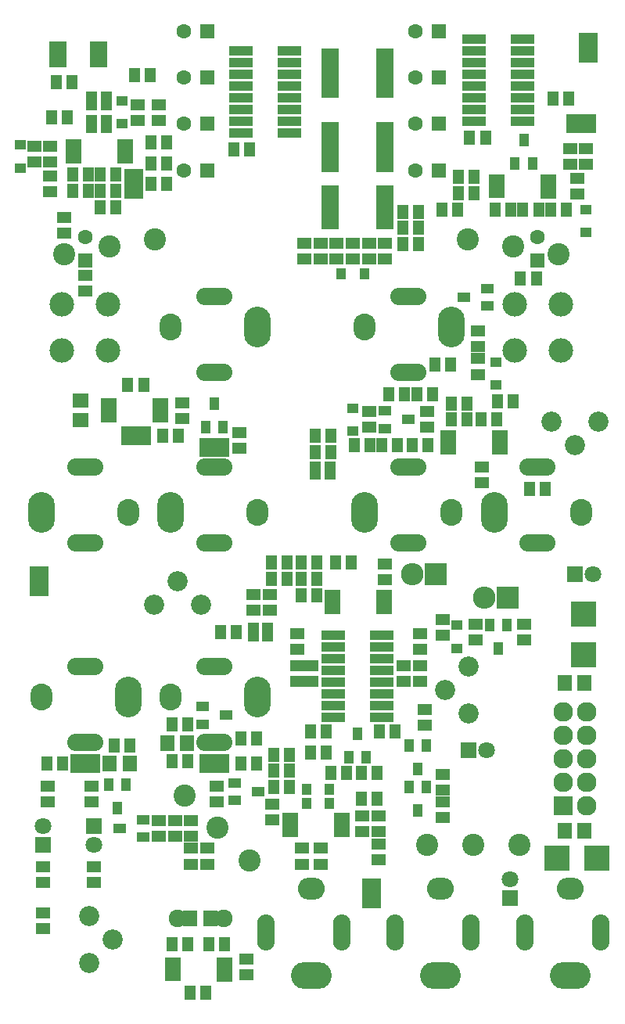
<source format=gbs>
G04 #@! TF.FileFunction,Soldermask,Bot*
%FSLAX46Y46*%
G04 Gerber Fmt 4.6, Leading zero omitted, Abs format (unit mm)*
G04 Created by KiCad (PCBNEW 4.0.2-stable) date 2016-11-14 12:04:28 PM*
%MOMM*%
G01*
G04 APERTURE LIST*
%ADD10C,0.100000*%
%ADD11R,1.197560X0.798780*%
%ADD12C,2.398980*%
%ADD13O,2.900000X4.400000*%
%ADD14O,2.400000X2.900000*%
%ADD15O,3.900000X1.900000*%
%ADD16R,1.850000X0.850000*%
%ADD17R,1.800000X1.800000*%
%ADD18C,1.800000*%
%ADD19R,1.212800X1.543000*%
%ADD20R,1.543000X1.212800*%
%ADD21R,1.162000X1.009600*%
%ADD22R,2.797760X2.797760*%
%ADD23R,1.009600X1.162000*%
%ADD24R,1.600000X1.600000*%
%ADD25C,1.600000*%
%ADD26O,4.400000X2.900000*%
%ADD27O,2.900000X2.400000*%
%ADD28O,1.900000X3.900000*%
%ADD29R,2.432000X2.432000*%
%ADD30O,2.432000X2.432000*%
%ADD31R,2.127200X2.127200*%
%ADD32O,2.127200X2.127200*%
%ADD33R,1.400760X1.101040*%
%ADD34R,1.101040X1.400760*%
%ADD35R,1.543000X1.797000*%
%ADD36C,2.650000*%
%ADD37R,3.200000X2.000000*%
%ADD38R,2.000000X3.200000*%
%ADD39R,2.599640X0.999440*%
%ADD40R,1.900000X0.850000*%
%ADD41C,2.178000*%
%ADD42C,1.924000*%
%ADD43R,1.797000X1.543000*%
%ADD44R,1.700480X0.800000*%
G04 APERTURE END LIST*
D10*
D11*
X94547560Y-72852300D03*
X94547560Y-73500000D03*
X94547560Y-74147700D03*
X92952440Y-74147700D03*
X92952440Y-73500000D03*
X92952440Y-72852300D03*
X87797560Y-90352300D03*
X87797560Y-91000000D03*
X87797560Y-91647700D03*
X86202440Y-91647700D03*
X86202440Y-91000000D03*
X86202440Y-90352300D03*
X68702440Y-34147700D03*
X68702440Y-33500000D03*
X68702440Y-32852300D03*
X70297560Y-32852300D03*
X70297560Y-33500000D03*
X70297560Y-34147700D03*
X68702440Y-36647700D03*
X68702440Y-36000000D03*
X68702440Y-35352300D03*
X70297560Y-35352300D03*
X70297560Y-36000000D03*
X70297560Y-36647700D03*
D12*
X114359238Y-49280570D03*
X119290666Y-50105808D03*
X109427810Y-48455332D03*
D13*
X86700000Y-98000000D03*
D14*
X77300000Y-98000000D03*
D15*
X82000000Y-102900000D03*
X82000000Y-94700000D03*
D16*
X100450000Y-43050000D03*
X100450000Y-43700000D03*
X100450000Y-44350000D03*
X100450000Y-45000000D03*
X100450000Y-45650000D03*
X100450000Y-46300000D03*
X100450000Y-46950000D03*
X94550000Y-46950000D03*
X94550000Y-46300000D03*
X94550000Y-45650000D03*
X94550000Y-45000000D03*
X94550000Y-44350000D03*
X94550000Y-43700000D03*
X94550000Y-43050000D03*
D17*
X63500000Y-114000000D03*
D18*
X63500000Y-112000000D03*
D17*
X69000000Y-112000000D03*
D18*
X69000000Y-114000000D03*
D19*
X88399100Y-104250000D03*
X90100900Y-104250000D03*
D20*
X88250000Y-111350900D03*
X88250000Y-109649100D03*
D19*
X97149100Y-70750000D03*
X98850900Y-70750000D03*
D20*
X106750000Y-91350900D03*
X106750000Y-89649100D03*
X76000000Y-111399100D03*
X76000000Y-113100900D03*
X79500000Y-116100900D03*
X79500000Y-114399100D03*
D17*
X109500000Y-103750000D03*
D18*
X111500000Y-103750000D03*
D17*
X121000000Y-84750000D03*
D18*
X123000000Y-84750000D03*
D17*
X114000000Y-119750000D03*
D18*
X114000000Y-117750000D03*
D19*
X94100900Y-104000000D03*
X92399100Y-104000000D03*
D20*
X99750000Y-112600900D03*
X99750000Y-110899100D03*
X64250000Y-43350900D03*
X64250000Y-41649100D03*
D19*
X64899100Y-31500000D03*
X66600900Y-31500000D03*
X76850900Y-42500000D03*
X75149100Y-42500000D03*
D20*
X93500000Y-48899100D03*
X93500000Y-50600900D03*
D19*
X102399100Y-45500000D03*
X104100900Y-45500000D03*
D20*
X100500000Y-50600900D03*
X100500000Y-48899100D03*
D21*
X97000000Y-66755400D03*
X97000000Y-69244600D03*
X108250000Y-92744600D03*
X108250000Y-90255400D03*
D22*
X122000000Y-93449640D03*
X122000000Y-89050360D03*
X119050360Y-115500000D03*
X123449640Y-115500000D03*
D23*
X94494600Y-108000000D03*
X92005400Y-108000000D03*
X92005400Y-109500000D03*
X94494600Y-109500000D03*
D21*
X122250000Y-45255400D03*
X122250000Y-47744600D03*
X112500000Y-64244600D03*
X112500000Y-61755400D03*
D24*
X68000000Y-50770000D03*
D25*
X68000000Y-48230000D03*
D24*
X117000000Y-50770000D03*
D25*
X117000000Y-48230000D03*
D21*
X61000000Y-40744600D03*
X61000000Y-38255400D03*
X72000000Y-35994600D03*
X72000000Y-33505400D03*
D24*
X81270000Y-26000000D03*
D25*
X78730000Y-26000000D03*
D24*
X81270000Y-31000000D03*
D25*
X78730000Y-31000000D03*
D24*
X81270000Y-36000000D03*
D25*
X78730000Y-36000000D03*
D24*
X81270000Y-41000000D03*
D25*
X78730000Y-41000000D03*
D24*
X106270000Y-26000000D03*
D25*
X103730000Y-26000000D03*
D24*
X106270000Y-31000000D03*
D25*
X103730000Y-31000000D03*
D24*
X106270000Y-36000000D03*
D25*
X103730000Y-36000000D03*
D24*
X106270000Y-41000000D03*
D25*
X103730000Y-41000000D03*
D23*
X98244600Y-52250000D03*
X95755400Y-52250000D03*
D13*
X107700000Y-58000000D03*
D14*
X98300000Y-58000000D03*
D15*
X103000000Y-62900000D03*
X103000000Y-54700000D03*
D13*
X98300000Y-78000000D03*
D14*
X107700000Y-78000000D03*
D15*
X103000000Y-73100000D03*
X103000000Y-81300000D03*
D13*
X72700000Y-98000000D03*
D14*
X63300000Y-98000000D03*
D15*
X68000000Y-102900000D03*
X68000000Y-94700000D03*
D13*
X112300000Y-78000000D03*
D14*
X121700000Y-78000000D03*
D15*
X117000000Y-73100000D03*
X117000000Y-81300000D03*
D13*
X77300000Y-78000000D03*
D14*
X86700000Y-78000000D03*
D15*
X82000000Y-73100000D03*
X82000000Y-81300000D03*
D13*
X86700000Y-58000000D03*
D14*
X77300000Y-58000000D03*
D15*
X82000000Y-62900000D03*
X82000000Y-54700000D03*
D13*
X63300000Y-78000000D03*
D14*
X72700000Y-78000000D03*
D15*
X68000000Y-73100000D03*
X68000000Y-81300000D03*
D26*
X92500000Y-128200000D03*
D27*
X92500000Y-118800000D03*
D28*
X87600000Y-123500000D03*
X95800000Y-123500000D03*
D26*
X120500000Y-128200000D03*
D27*
X120500000Y-118800000D03*
D28*
X115600000Y-123500000D03*
X123800000Y-123500000D03*
D26*
X106500000Y-128200000D03*
D27*
X106500000Y-118800000D03*
D28*
X101600000Y-123500000D03*
X109800000Y-123500000D03*
D29*
X106000000Y-84750000D03*
D30*
X103460000Y-84750000D03*
D29*
X113750000Y-87250000D03*
D30*
X111210000Y-87250000D03*
D31*
X119750000Y-109750000D03*
D32*
X122290000Y-109750000D03*
X119750000Y-107210000D03*
X122290000Y-107210000D03*
X119750000Y-104670000D03*
X122290000Y-104670000D03*
X119750000Y-102130000D03*
X122290000Y-102130000D03*
X119750000Y-99590000D03*
X122290000Y-99590000D03*
D33*
X83270000Y-100000000D03*
X80730000Y-99047500D03*
X80730000Y-100952500D03*
X86770000Y-108250000D03*
X84230000Y-107297500D03*
X84230000Y-109202500D03*
X71730000Y-112250000D03*
X74270000Y-113202500D03*
X74270000Y-111297500D03*
D34*
X112750000Y-92770000D03*
X113702500Y-90230000D03*
X111797500Y-90230000D03*
X71500000Y-110020000D03*
X72452500Y-107480000D03*
X70547500Y-107480000D03*
D33*
X103020000Y-68000000D03*
X100480000Y-67047500D03*
X100480000Y-68952500D03*
D34*
X104000000Y-110270000D03*
X104952500Y-107730000D03*
X103047500Y-107730000D03*
X104000000Y-105770000D03*
X104952500Y-103230000D03*
X103047500Y-103230000D03*
X97500000Y-101980000D03*
X96547500Y-104520000D03*
X98452500Y-104520000D03*
X115500000Y-37730000D03*
X114547500Y-40270000D03*
X116452500Y-40270000D03*
X82000000Y-66230000D03*
X81047500Y-68770000D03*
X82952500Y-68770000D03*
D33*
X108980000Y-54750000D03*
X111520000Y-55702500D03*
X111520000Y-53797500D03*
D20*
X63500000Y-116399100D03*
X63500000Y-118100900D03*
X69000000Y-116399100D03*
X69000000Y-118100900D03*
D19*
X88399100Y-106000000D03*
X90100900Y-106000000D03*
X88149100Y-83500000D03*
X89850900Y-83500000D03*
X93100900Y-83500000D03*
X91399100Y-83500000D03*
X86600900Y-105250000D03*
X84899100Y-105250000D03*
X86600900Y-102500000D03*
X84899100Y-102500000D03*
X91399100Y-85250000D03*
X93100900Y-85250000D03*
D20*
X63500000Y-123100900D03*
X63500000Y-121399100D03*
D19*
X88399100Y-107750000D03*
X90100900Y-107750000D03*
D20*
X82250000Y-107649100D03*
X82250000Y-109350900D03*
D19*
X93100900Y-87000000D03*
X91399100Y-87000000D03*
X89850900Y-85250000D03*
X88149100Y-85250000D03*
D20*
X91500000Y-116100900D03*
X91500000Y-114399100D03*
X93500000Y-114399100D03*
X93500000Y-116100900D03*
D19*
X101850900Y-70750000D03*
X100149100Y-70750000D03*
D20*
X81250000Y-116100900D03*
X81250000Y-114399100D03*
X88000000Y-86899100D03*
X88000000Y-88600900D03*
X86250000Y-88600900D03*
X86250000Y-86899100D03*
X79500000Y-113100900D03*
X79500000Y-111399100D03*
X98750000Y-68850900D03*
X98750000Y-67149100D03*
D19*
X84350900Y-91000000D03*
X82649100Y-91000000D03*
D20*
X110250000Y-90149100D03*
X110250000Y-91850900D03*
X77750000Y-111399100D03*
X77750000Y-113100900D03*
D19*
X94600900Y-69750000D03*
X92899100Y-69750000D03*
D20*
X68750000Y-109350900D03*
X68750000Y-107649100D03*
D19*
X77399100Y-101000000D03*
X79100900Y-101000000D03*
X92899100Y-71500000D03*
X94600900Y-71500000D03*
D20*
X64000000Y-107649100D03*
X64000000Y-109350900D03*
D19*
X92399100Y-101750000D03*
X94100900Y-101750000D03*
D20*
X115500000Y-90149100D03*
X115500000Y-91850900D03*
D19*
X72850900Y-103250000D03*
X71149100Y-103250000D03*
X96850900Y-83500000D03*
X95149100Y-83500000D03*
D20*
X91000000Y-92850900D03*
X91000000Y-91149100D03*
X106750000Y-109399100D03*
X106750000Y-111100900D03*
D19*
X103399100Y-70750000D03*
X105100900Y-70750000D03*
D20*
X91000000Y-96350900D03*
X91000000Y-94649100D03*
D19*
X79100900Y-105000000D03*
X77399100Y-105000000D03*
X65600900Y-105250000D03*
X63899100Y-105250000D03*
D35*
X119920500Y-96500000D03*
X122079500Y-96500000D03*
X119920500Y-112500000D03*
X122079500Y-112500000D03*
D20*
X92500000Y-96350900D03*
X92500000Y-94649100D03*
X106750000Y-108100900D03*
X106750000Y-106399100D03*
X104750000Y-99399100D03*
X104750000Y-101100900D03*
X104250000Y-92850900D03*
X104250000Y-91149100D03*
X104250000Y-96350900D03*
X104250000Y-94649100D03*
X102500000Y-96350900D03*
X102500000Y-94649100D03*
D19*
X101600900Y-101750000D03*
X99899100Y-101750000D03*
X103899100Y-65250000D03*
X105600900Y-65250000D03*
X102600900Y-65250000D03*
X100899100Y-65250000D03*
D20*
X105000000Y-67149100D03*
X105000000Y-68850900D03*
D19*
X107649100Y-66250000D03*
X109350900Y-66250000D03*
X107600900Y-62000000D03*
X105899100Y-62000000D03*
X108350900Y-45250000D03*
X106649100Y-45250000D03*
X76399100Y-69750000D03*
X78100900Y-69750000D03*
D20*
X78500000Y-66149100D03*
X78500000Y-67850900D03*
D19*
X96350900Y-106250000D03*
X94649100Y-106250000D03*
D20*
X100500000Y-85350900D03*
X100500000Y-83649100D03*
D19*
X108399100Y-43500000D03*
X110100900Y-43500000D03*
X108399100Y-41750000D03*
X110100900Y-41750000D03*
D20*
X65750000Y-46149100D03*
X65750000Y-47850900D03*
D19*
X97899100Y-109000000D03*
X99600900Y-109000000D03*
X107649100Y-68000000D03*
X109350900Y-68000000D03*
X72649100Y-64250000D03*
X74350900Y-64250000D03*
D20*
X122250000Y-38649100D03*
X122250000Y-40350900D03*
X111000000Y-73149100D03*
X111000000Y-74850900D03*
D19*
X112399100Y-45250000D03*
X114100900Y-45250000D03*
D20*
X98000000Y-110899100D03*
X98000000Y-112600900D03*
D19*
X110899100Y-68000000D03*
X112600900Y-68000000D03*
X116149100Y-75500000D03*
X117850900Y-75500000D03*
X112649100Y-66000000D03*
X114350900Y-66000000D03*
X97899100Y-106250000D03*
X99600900Y-106250000D03*
D20*
X99750000Y-113899100D03*
X99750000Y-115600900D03*
D19*
X115399100Y-45250000D03*
X117100900Y-45250000D03*
D20*
X120500000Y-40350900D03*
X120500000Y-38649100D03*
D19*
X118399100Y-45250000D03*
X120100900Y-45250000D03*
D20*
X84750000Y-71100900D03*
X84750000Y-69399100D03*
X121250000Y-41899100D03*
X121250000Y-43600900D03*
X68000000Y-54100900D03*
X68000000Y-52399100D03*
X110500000Y-60100900D03*
X110500000Y-58399100D03*
X110500000Y-61399100D03*
X110500000Y-63100900D03*
D19*
X115149100Y-52750000D03*
X116850900Y-52750000D03*
X120350900Y-33250000D03*
X118649100Y-33250000D03*
X66649100Y-41500000D03*
X68350900Y-41500000D03*
X66649100Y-43250000D03*
X68350900Y-43250000D03*
D20*
X64250000Y-40100900D03*
X64250000Y-38399100D03*
X62500000Y-38399100D03*
X62500000Y-40100900D03*
D19*
X75149100Y-38000000D03*
X76850900Y-38000000D03*
X73399100Y-30750000D03*
X75100900Y-30750000D03*
X66100900Y-35250000D03*
X64399100Y-35250000D03*
D20*
X73750000Y-35600900D03*
X73750000Y-33899100D03*
X76000000Y-35600900D03*
X76000000Y-33899100D03*
D19*
X71350900Y-41500000D03*
X69649100Y-41500000D03*
X69649100Y-43250000D03*
X71350900Y-43250000D03*
X85850900Y-38750000D03*
X84149100Y-38750000D03*
X111350900Y-37500000D03*
X109649100Y-37500000D03*
X75149100Y-40250000D03*
X76850900Y-40250000D03*
X69649100Y-45000000D03*
X71350900Y-45000000D03*
D20*
X85500000Y-126399100D03*
X85500000Y-128100900D03*
X95250000Y-48899100D03*
X95250000Y-50600900D03*
X97000000Y-48899100D03*
X97000000Y-50600900D03*
D19*
X102399100Y-47250000D03*
X104100900Y-47250000D03*
X83100900Y-124750000D03*
X81399100Y-124750000D03*
D20*
X98750000Y-50600900D03*
X98750000Y-48899100D03*
X91750000Y-48899100D03*
X91750000Y-50600900D03*
D19*
X102399100Y-49000000D03*
X104100900Y-49000000D03*
X79100900Y-124750000D03*
X77399100Y-124750000D03*
X81100900Y-130000000D03*
X79399100Y-130000000D03*
D36*
X65500000Y-55500000D03*
X70500000Y-55500000D03*
X70500000Y-60500000D03*
X65500000Y-60500000D03*
X119500000Y-60500000D03*
X114500000Y-60500000D03*
X114500000Y-55500000D03*
X119500000Y-55500000D03*
D37*
X82000000Y-105250000D03*
X68000000Y-105250000D03*
D38*
X122500000Y-27750000D03*
X63000000Y-85500000D03*
D37*
X73500000Y-69750000D03*
X82000000Y-71000000D03*
X121750000Y-36000000D03*
D38*
X73250000Y-42500000D03*
X99000000Y-119250000D03*
D39*
X94901580Y-100195000D03*
X94901580Y-98925000D03*
X94901580Y-97655000D03*
X94901580Y-96385000D03*
X94901580Y-95115000D03*
X94901580Y-93845000D03*
X94901580Y-92575000D03*
X94901580Y-91305000D03*
X100098420Y-91305000D03*
X100098420Y-92575000D03*
X100098420Y-93845000D03*
X100098420Y-95115000D03*
X100098420Y-96385000D03*
X100098420Y-97655000D03*
X100098420Y-98925000D03*
X100098420Y-100195000D03*
D40*
X94550000Y-32775000D03*
X94550000Y-32125000D03*
X94550000Y-31475000D03*
X94550000Y-30825000D03*
X94550000Y-30175000D03*
X94550000Y-29525000D03*
X94550000Y-28875000D03*
X94550000Y-28225000D03*
X100450000Y-28225000D03*
X100450000Y-28875000D03*
X100450000Y-29525000D03*
X100450000Y-30175000D03*
X100450000Y-30825000D03*
X100450000Y-31475000D03*
X100450000Y-32125000D03*
X100450000Y-32775000D03*
X94550000Y-40775000D03*
X94550000Y-40125000D03*
X94550000Y-39475000D03*
X94550000Y-38825000D03*
X94550000Y-38175000D03*
X94550000Y-37525000D03*
X94550000Y-36875000D03*
X94550000Y-36225000D03*
X100450000Y-36225000D03*
X100450000Y-36875000D03*
X100450000Y-37525000D03*
X100450000Y-38175000D03*
X100450000Y-38825000D03*
X100450000Y-39475000D03*
X100450000Y-40125000D03*
X100450000Y-40775000D03*
D16*
X65050000Y-29475000D03*
X65050000Y-28825000D03*
X65050000Y-28175000D03*
X65050000Y-27525000D03*
X69450000Y-27525000D03*
X69450000Y-28175000D03*
X69450000Y-28825000D03*
X69450000Y-29475000D03*
D39*
X90098420Y-28055000D03*
X90098420Y-29325000D03*
X90098420Y-30595000D03*
X90098420Y-31865000D03*
X90098420Y-33135000D03*
X90098420Y-34405000D03*
X90098420Y-35675000D03*
X90098420Y-36945000D03*
X84901580Y-36945000D03*
X84901580Y-35675000D03*
X84901580Y-34405000D03*
X84901580Y-33135000D03*
X84901580Y-31865000D03*
X84901580Y-30595000D03*
X84901580Y-29325000D03*
X84901580Y-28055000D03*
X115348420Y-26805000D03*
X115348420Y-28075000D03*
X115348420Y-29345000D03*
X115348420Y-30615000D03*
X115348420Y-31885000D03*
X115348420Y-33155000D03*
X115348420Y-34425000D03*
X115348420Y-35695000D03*
X110151580Y-35695000D03*
X110151580Y-34425000D03*
X110151580Y-33155000D03*
X110151580Y-31885000D03*
X110151580Y-30615000D03*
X110151580Y-29345000D03*
X110151580Y-28075000D03*
X110151580Y-26805000D03*
D41*
X68500000Y-126790000D03*
X71040000Y-124250000D03*
X68500000Y-121710000D03*
X80540000Y-88000000D03*
X78000000Y-85460000D03*
X75460000Y-88000000D03*
D35*
X79079500Y-103000000D03*
X76920500Y-103000000D03*
X70670500Y-105250000D03*
X72829500Y-105250000D03*
D42*
X83000000Y-122000000D03*
X78000000Y-122000000D03*
D35*
X81579500Y-122000000D03*
X79420500Y-122000000D03*
D43*
X67500000Y-68079500D03*
X67500000Y-65920500D03*
D41*
X118460000Y-68250000D03*
X121000000Y-70790000D03*
X123540000Y-68250000D03*
X109500000Y-94710000D03*
X106960000Y-97250000D03*
X109500000Y-99790000D03*
D12*
X110000000Y-114000000D03*
X115000000Y-114000000D03*
X105000000Y-114000000D03*
X70640762Y-49280570D03*
X75572190Y-48455332D03*
X65709334Y-50105808D03*
X82313708Y-112186292D03*
X78778175Y-108650758D03*
X85849242Y-115721825D03*
D44*
X77556000Y-128455400D03*
X77556000Y-127820400D03*
X77556000Y-127160000D03*
X77556000Y-126525000D03*
X83144000Y-126525000D03*
X83144000Y-127172700D03*
X83144000Y-127820400D03*
X83144000Y-128468100D03*
X66806000Y-39955400D03*
X66806000Y-39320400D03*
X66806000Y-38660000D03*
X66806000Y-38025000D03*
X72394000Y-38025000D03*
X72394000Y-38672700D03*
X72394000Y-39320400D03*
X72394000Y-39968100D03*
X76194000Y-66044600D03*
X76194000Y-66679600D03*
X76194000Y-67340000D03*
X76194000Y-67975000D03*
X70606000Y-67975000D03*
X70606000Y-67327300D03*
X70606000Y-66679600D03*
X70606000Y-66031900D03*
X90181000Y-112830400D03*
X90181000Y-112195400D03*
X90181000Y-111535000D03*
X90181000Y-110900000D03*
X95769000Y-110900000D03*
X95769000Y-111547700D03*
X95769000Y-112195400D03*
X95769000Y-112843100D03*
X94806000Y-88705400D03*
X94806000Y-88070400D03*
X94806000Y-87410000D03*
X94806000Y-86775000D03*
X100394000Y-86775000D03*
X100394000Y-87422700D03*
X100394000Y-88070400D03*
X100394000Y-88718100D03*
X107306000Y-71455400D03*
X107306000Y-70820400D03*
X107306000Y-70160000D03*
X107306000Y-69525000D03*
X112894000Y-69525000D03*
X112894000Y-70172700D03*
X112894000Y-70820400D03*
X112894000Y-71468100D03*
X112556000Y-43705400D03*
X112556000Y-43070400D03*
X112556000Y-42410000D03*
X112556000Y-41775000D03*
X118144000Y-41775000D03*
X118144000Y-42422700D03*
X118144000Y-43070400D03*
X118144000Y-43718100D03*
M02*

</source>
